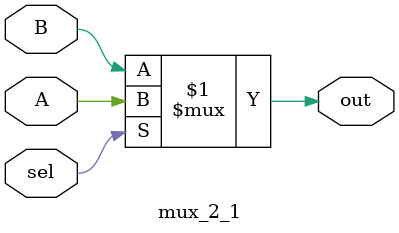
<source format=v>
module mux_2_1(
    input A,
    input B,
    input sel,
    output out
);
    assign out = sel ? A : B; 
endmodule
</source>
